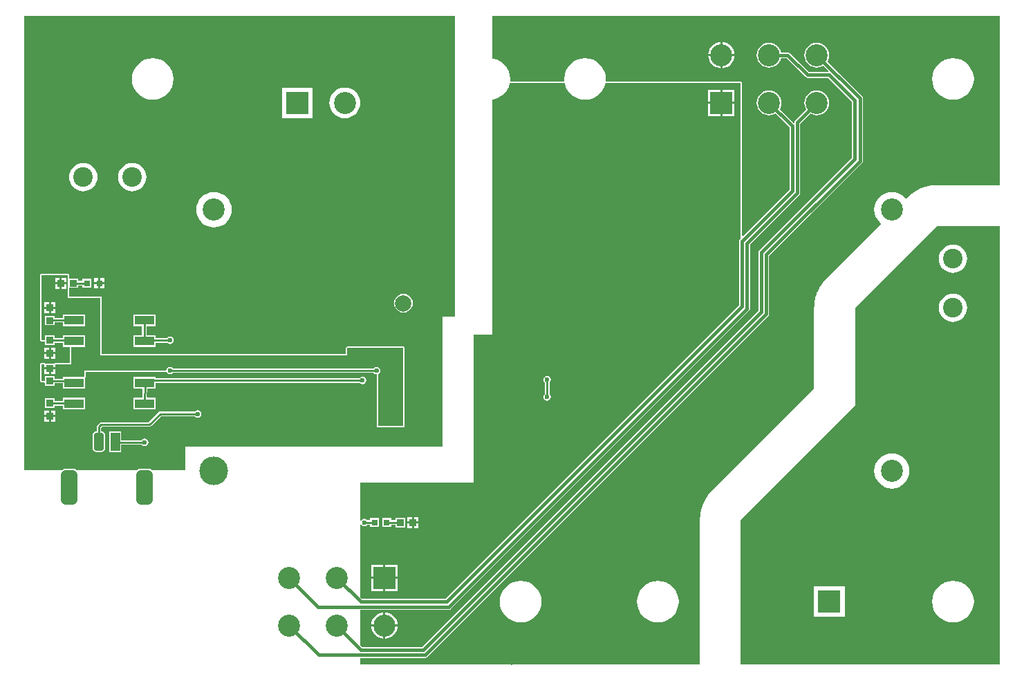
<source format=gbl>
G04*
G04 #@! TF.GenerationSoftware,Altium Limited,Altium Designer,18.1.6 (161)*
G04*
G04 Layer_Physical_Order=2*
G04 Layer_Color=16711680*
%FSLAX25Y25*%
%MOIN*%
G70*
G01*
G75*
%ADD13C,0.01000*%
%ADD20R,0.03347X0.03347*%
%ADD24R,0.03347X0.03347*%
%ADD58C,0.09449*%
%ADD59C,0.10630*%
%ADD60C,0.13780*%
%ADD61C,0.07874*%
%ADD62R,0.10630X0.10630*%
%ADD63C,0.02362*%
%ADD64R,0.03150X0.03150*%
%ADD65R,0.09606X0.04449*%
G04:AMPARAMS|DCode=66|XSize=78.74mil|YSize=165.35mil|CornerRadius=19.68mil|HoleSize=0mil|Usage=FLASHONLY|Rotation=180.000|XOffset=0mil|YOffset=0mil|HoleType=Round|Shape=RoundedRectangle|*
%AMROUNDEDRECTD66*
21,1,0.07874,0.12598,0,0,180.0*
21,1,0.03937,0.16535,0,0,180.0*
1,1,0.03937,-0.01968,0.06299*
1,1,0.03937,0.01968,0.06299*
1,1,0.03937,0.01968,-0.06299*
1,1,0.03937,-0.01968,-0.06299*
%
%ADD66ROUNDEDRECTD66*%
G04:AMPARAMS|DCode=67|XSize=47.24mil|YSize=86.61mil|CornerRadius=11.81mil|HoleSize=0mil|Usage=FLASHONLY|Rotation=180.000|XOffset=0mil|YOffset=0mil|HoleType=Round|Shape=RoundedRectangle|*
%AMROUNDEDRECTD67*
21,1,0.04724,0.06299,0,0,180.0*
21,1,0.02362,0.08661,0,0,180.0*
1,1,0.02362,-0.01181,0.03150*
1,1,0.02362,0.01181,0.03150*
1,1,0.02362,0.01181,-0.03150*
1,1,0.02362,-0.01181,-0.03150*
%
%ADD67ROUNDEDRECTD67*%
%ADD68R,0.04724X0.08661*%
%ADD69C,0.01500*%
G36*
X471319Y232326D02*
X440945D01*
X438370Y232157D01*
X435839Y231653D01*
X433396Y230824D01*
X431081Y229683D01*
X428936Y228249D01*
X426996Y226548D01*
X426310Y225862D01*
X425810Y225887D01*
X425312Y226494D01*
X424022Y227552D01*
X422550Y228339D01*
X420953Y228824D01*
X419291Y228988D01*
X417630Y228824D01*
X416033Y228339D01*
X414561Y227552D01*
X413270Y226494D01*
X412211Y225203D01*
X411424Y223731D01*
X410940Y222134D01*
X410776Y220473D01*
X410940Y218811D01*
X411424Y217214D01*
X412211Y215742D01*
X413270Y214451D01*
X413877Y213953D01*
X413902Y213454D01*
X387626Y187178D01*
X387235Y186733D01*
X386815Y186317D01*
X386386Y185765D01*
X385926Y185240D01*
X385925Y185239D01*
X385924Y185238D01*
X385595Y184746D01*
X385233Y184278D01*
X384880Y183675D01*
X384492Y183095D01*
X384491Y183093D01*
X384490Y183092D01*
X384229Y182561D01*
X383930Y182051D01*
X383659Y181406D01*
X383350Y180780D01*
X383350Y180779D01*
X383349Y180778D01*
X383159Y180217D01*
X382930Y179672D01*
X382745Y178998D01*
X382520Y178337D01*
X382520Y178336D01*
X382520Y178334D01*
X382404Y177754D01*
X382248Y177183D01*
X382153Y176491D01*
X382017Y175806D01*
X382017Y175805D01*
X382016Y175803D01*
X381978Y175213D01*
X381897Y174627D01*
X381893Y173928D01*
X381848Y173231D01*
Y173229D01*
X381848Y173228D01*
X381848Y173228D01*
X381847Y172762D01*
X381848Y172760D01*
X381847Y172759D01*
X381848Y134156D01*
X332507Y84815D01*
X330806Y82875D01*
X329372Y80730D01*
X328231Y78415D01*
X327401Y75972D01*
X326898Y73441D01*
X326729Y70866D01*
X326729Y1122D01*
X236338D01*
X236037Y1062D01*
X235736Y1122D01*
X162992D01*
Y4391D01*
X194343D01*
X194869Y4496D01*
X195316Y4794D01*
X359772Y169251D01*
X359772Y169251D01*
X360071Y169698D01*
X360176Y170224D01*
X360176Y170224D01*
Y198249D01*
X404910Y242983D01*
X405209Y243430D01*
X405313Y243957D01*
Y274154D01*
X405209Y274680D01*
X404910Y275127D01*
X388159Y291878D01*
X388601Y292706D01*
X388940Y293821D01*
X389054Y294980D01*
X388940Y296140D01*
X388601Y297255D01*
X388052Y298282D01*
X387313Y299183D01*
X386412Y299922D01*
X385385Y300471D01*
X384270Y300810D01*
X383110Y300924D01*
X381951Y300810D01*
X380836Y300471D01*
X379808Y299922D01*
X378907Y299183D01*
X378168Y298282D01*
X377619Y297255D01*
X377281Y296140D01*
X377167Y294980D01*
X377281Y293821D01*
X377619Y292706D01*
X378168Y291678D01*
X378907Y290778D01*
X379808Y290038D01*
X380836Y289489D01*
X381951Y289151D01*
X383110Y289037D01*
X384270Y289151D01*
X385385Y289489D01*
X386212Y289932D01*
X388834Y287310D01*
X388627Y286809D01*
X379310D01*
X370166Y295954D01*
X369720Y296252D01*
X369193Y296357D01*
X365882D01*
X365609Y297255D01*
X365060Y298282D01*
X364321Y299183D01*
X363420Y299922D01*
X362393Y300471D01*
X361278Y300810D01*
X360118Y300924D01*
X358959Y300810D01*
X357844Y300471D01*
X356816Y299922D01*
X355915Y299183D01*
X355176Y298282D01*
X354627Y297255D01*
X354289Y296140D01*
X354174Y294980D01*
X354289Y293821D01*
X354627Y292706D01*
X355176Y291678D01*
X355915Y290778D01*
X356816Y290038D01*
X357844Y289489D01*
X358959Y289151D01*
X360118Y289037D01*
X361278Y289151D01*
X362393Y289489D01*
X363420Y290038D01*
X364321Y290778D01*
X365060Y291678D01*
X365609Y292706D01*
X365882Y293604D01*
X368623D01*
X377767Y284460D01*
X378213Y284161D01*
X378740Y284057D01*
X388552D01*
X400061Y272548D01*
Y245562D01*
X355326Y200828D01*
X355028Y200381D01*
X354923Y199854D01*
Y171830D01*
X192737Y9644D01*
X163976D01*
X162992Y10628D01*
Y27620D01*
X205760D01*
X206287Y27724D01*
X206733Y28023D01*
X350461Y171751D01*
X350461Y171751D01*
X350760Y172198D01*
X350865Y172724D01*
X350865Y172724D01*
Y203650D01*
X374733Y227519D01*
X375031Y227965D01*
X375136Y228492D01*
Y262028D01*
X380008Y266900D01*
X380836Y266458D01*
X381951Y266120D01*
X383110Y266005D01*
X384270Y266120D01*
X385385Y266458D01*
X386412Y267007D01*
X387313Y267746D01*
X388052Y268647D01*
X388601Y269674D01*
X388940Y270789D01*
X389054Y271949D01*
X388940Y273108D01*
X388601Y274223D01*
X388052Y275251D01*
X387313Y276152D01*
X386412Y276891D01*
X385385Y277440D01*
X384270Y277778D01*
X383110Y277892D01*
X381951Y277778D01*
X380836Y277440D01*
X379808Y276891D01*
X378907Y276152D01*
X378168Y275251D01*
X377619Y274223D01*
X377281Y273108D01*
X377167Y271949D01*
X377281Y270789D01*
X377619Y269674D01*
X378061Y268847D01*
X372786Y263572D01*
X372488Y263125D01*
X372383Y262598D01*
Y262337D01*
X371883Y262130D01*
X365167Y268847D01*
X365609Y269674D01*
X365947Y270789D01*
X366062Y271949D01*
X365947Y273108D01*
X365609Y274223D01*
X365060Y275251D01*
X364321Y276152D01*
X363420Y276891D01*
X362393Y277440D01*
X361278Y277778D01*
X360118Y277892D01*
X358959Y277778D01*
X357844Y277440D01*
X356816Y276891D01*
X355915Y276152D01*
X355176Y275251D01*
X354627Y274223D01*
X354289Y273108D01*
X354174Y271949D01*
X354289Y270789D01*
X354627Y269674D01*
X355176Y268647D01*
X355915Y267746D01*
X356816Y267007D01*
X357844Y266458D01*
X358959Y266120D01*
X360118Y266005D01*
X361278Y266120D01*
X362393Y266458D01*
X363220Y266900D01*
X369883Y260237D01*
Y230098D01*
X347568Y207782D01*
X347106Y207974D01*
X347106Y281496D01*
X346916Y281955D01*
X346457Y282146D01*
X281717Y282146D01*
X281382Y282516D01*
X281475Y283465D01*
X281282Y285427D01*
X280710Y287314D01*
X279780Y289052D01*
X278529Y290577D01*
X277005Y291827D01*
X275266Y292757D01*
X273379Y293329D01*
X271417Y293523D01*
X269455Y293329D01*
X267568Y292757D01*
X265829Y291827D01*
X264305Y290577D01*
X263054Y289052D01*
X262125Y287314D01*
X261553Y285427D01*
X261359Y283465D01*
X261453Y282516D01*
X261117Y282146D01*
X235576Y282146D01*
X235240Y282516D01*
X235333Y283465D01*
X235140Y285427D01*
X234568Y287314D01*
X233638Y289052D01*
X232388Y290577D01*
X230863Y291827D01*
X229124Y292757D01*
X227238Y293329D01*
X226772Y293375D01*
Y313839D01*
X471319D01*
Y232326D01*
D02*
G37*
G36*
X208661Y168898D02*
X202756Y168898D01*
Y106299D01*
X78740D01*
Y94882D01*
X62677D01*
X62319Y95157D01*
X61694Y95416D01*
X61024Y95504D01*
X57087D01*
X56416Y95416D01*
X55791Y95157D01*
X55433Y94882D01*
X26457D01*
X26098Y95157D01*
X25474Y95416D01*
X24803Y95504D01*
X20866D01*
X20196Y95416D01*
X19571Y95157D01*
X19212Y94882D01*
X1122D01*
Y313839D01*
X208661D01*
X208661Y168898D01*
D02*
G37*
G36*
X261555Y281496D02*
X262125Y279616D01*
X263054Y277877D01*
X264305Y276353D01*
X265829Y275102D01*
X267568Y274172D01*
X269455Y273600D01*
X271417Y273407D01*
X273379Y273600D01*
X275266Y274172D01*
X277005Y275102D01*
X278529Y276353D01*
X279780Y277877D01*
X280710Y279616D01*
X281280Y281496D01*
X346457Y281496D01*
X346457Y206671D01*
X346015Y206229D01*
X345717Y205783D01*
X345612Y205256D01*
Y174330D01*
X204154Y32873D01*
X163779D01*
X162992Y33659D01*
X162992Y68709D01*
X163492Y68861D01*
X163800Y68401D01*
X164389Y68007D01*
X165084Y67869D01*
X165779Y68007D01*
X166368Y68401D01*
X166477Y68563D01*
X167752D01*
Y67510D01*
X172101D01*
Y71860D01*
X167752D01*
Y70806D01*
X166477D01*
X166368Y70969D01*
X165779Y71363D01*
X165084Y71501D01*
X164389Y71363D01*
X163800Y70969D01*
X163492Y70508D01*
X162992Y70660D01*
X162992Y88976D01*
X217717Y88976D01*
X217717Y160236D01*
X226772D01*
X226772Y273554D01*
X227238Y273600D01*
X229124Y274172D01*
X230863Y275102D01*
X232388Y276353D01*
X233638Y277877D01*
X234568Y279616D01*
X235138Y281496D01*
X261555Y281496D01*
D02*
G37*
G36*
X471319Y1122D02*
X346457D01*
X346457Y70866D01*
X401575Y125984D01*
X401575Y172759D01*
X401575Y173228D01*
X401575Y173228D01*
X440945Y212598D01*
X471319D01*
Y1122D01*
D02*
G37*
%LPC*%
G36*
X337626Y301277D02*
Y295480D01*
X343422D01*
X343350Y296218D01*
X342988Y297409D01*
X342402Y298506D01*
X341613Y299467D01*
X340651Y300256D01*
X339554Y300843D01*
X338364Y301204D01*
X337626Y301277D01*
D02*
G37*
G36*
X336626D02*
X335888Y301204D01*
X334698Y300843D01*
X333601Y300256D01*
X332639Y299467D01*
X331850Y298506D01*
X331263Y297409D01*
X330902Y296218D01*
X330830Y295480D01*
X336626D01*
Y301277D01*
D02*
G37*
G36*
X343422Y294480D02*
X337626D01*
Y288684D01*
X338364Y288757D01*
X339554Y289118D01*
X340651Y289704D01*
X341613Y290493D01*
X342402Y291455D01*
X342988Y292552D01*
X343350Y293742D01*
X343422Y294480D01*
D02*
G37*
G36*
X336626D02*
X330830D01*
X330902Y293742D01*
X331263Y292552D01*
X331850Y291455D01*
X332639Y290493D01*
X333601Y289704D01*
X334698Y289118D01*
X335888Y288757D01*
X336626Y288684D01*
Y294480D01*
D02*
G37*
G36*
X448819Y293523D02*
X446857Y293329D01*
X444970Y292757D01*
X443231Y291827D01*
X441707Y290577D01*
X440456Y289052D01*
X439527Y287314D01*
X438954Y285427D01*
X438761Y283465D01*
X438954Y281502D01*
X439527Y279616D01*
X440456Y277877D01*
X441707Y276353D01*
X443231Y275102D01*
X444970Y274172D01*
X446857Y273600D01*
X448819Y273407D01*
X450781Y273600D01*
X452668Y274172D01*
X454407Y275102D01*
X455931Y276353D01*
X457182Y277877D01*
X458111Y279616D01*
X458683Y281502D01*
X458877Y283465D01*
X458683Y285427D01*
X458111Y287314D01*
X457182Y289052D01*
X455931Y290577D01*
X454407Y291827D01*
X452668Y292757D01*
X450781Y293329D01*
X448819Y293523D01*
D02*
G37*
G36*
X306535Y41554D02*
X304573Y41361D01*
X302686Y40788D01*
X300947Y39859D01*
X299423Y38608D01*
X298173Y37084D01*
X297243Y35345D01*
X296671Y33458D01*
X296478Y31496D01*
X296671Y29534D01*
X297243Y27647D01*
X298173Y25908D01*
X299423Y24384D01*
X300947Y23133D01*
X302686Y22204D01*
X304573Y21632D01*
X306535Y21438D01*
X308498Y21632D01*
X310384Y22204D01*
X312123Y23133D01*
X313647Y24384D01*
X314898Y25908D01*
X315828Y27647D01*
X316400Y29534D01*
X316593Y31496D01*
X316400Y33458D01*
X315828Y35345D01*
X314898Y37084D01*
X313647Y38608D01*
X312123Y39859D01*
X310384Y40788D01*
X308498Y41361D01*
X306535Y41554D01*
D02*
G37*
G36*
X240394D02*
X238431Y41361D01*
X236545Y40788D01*
X234806Y39859D01*
X233282Y38608D01*
X232031Y37084D01*
X231101Y35345D01*
X230529Y33458D01*
X230336Y31496D01*
X230529Y29534D01*
X231101Y27647D01*
X232031Y25908D01*
X233282Y24384D01*
X234806Y23133D01*
X236545Y22204D01*
X238431Y21632D01*
X240394Y21438D01*
X242356Y21632D01*
X244243Y22204D01*
X245982Y23133D01*
X247506Y24384D01*
X248757Y25908D01*
X249686Y27647D01*
X250258Y29534D01*
X250451Y31496D01*
X250258Y33458D01*
X249686Y35345D01*
X248757Y37084D01*
X247506Y38608D01*
X245982Y39859D01*
X244243Y40788D01*
X242356Y41361D01*
X240394Y41554D01*
D02*
G37*
G36*
X175185Y26277D02*
Y20480D01*
X180981D01*
X180909Y21218D01*
X180547Y22409D01*
X179961Y23506D01*
X179172Y24467D01*
X178210Y25256D01*
X177113Y25843D01*
X175923Y26204D01*
X175185Y26277D01*
D02*
G37*
G36*
X174185Y26277D02*
X173447Y26204D01*
X172257Y25843D01*
X171160Y25256D01*
X170198Y24467D01*
X169409Y23506D01*
X168823Y22409D01*
X168461Y21218D01*
X168389Y20480D01*
X174185D01*
Y26277D01*
D02*
G37*
G36*
Y19480D02*
X168389D01*
X168461Y18742D01*
X168823Y17552D01*
X169409Y16455D01*
X170198Y15493D01*
X171160Y14704D01*
X172257Y14118D01*
X173447Y13757D01*
X174185Y13684D01*
Y19480D01*
D02*
G37*
G36*
X180981D02*
X175185D01*
Y13684D01*
X175923Y13757D01*
X177113Y14118D01*
X178210Y14704D01*
X179172Y15493D01*
X179961Y16455D01*
X180547Y17552D01*
X180909Y18742D01*
X180981Y19480D01*
D02*
G37*
G36*
X62992Y293523D02*
X61030Y293329D01*
X59143Y292757D01*
X57404Y291827D01*
X55880Y290577D01*
X54629Y289052D01*
X53700Y287314D01*
X53127Y285427D01*
X52934Y283465D01*
X53127Y281502D01*
X53700Y279616D01*
X54629Y277877D01*
X55880Y276353D01*
X57404Y275102D01*
X59143Y274172D01*
X61030Y273600D01*
X62992Y273407D01*
X64954Y273600D01*
X66841Y274172D01*
X68580Y275102D01*
X70104Y276353D01*
X71355Y277877D01*
X72284Y279616D01*
X72857Y281502D01*
X73050Y283465D01*
X72857Y285427D01*
X72284Y287314D01*
X71355Y289052D01*
X70104Y290577D01*
X68580Y291827D01*
X66841Y292757D01*
X64954Y293329D01*
X62992Y293523D01*
D02*
G37*
G36*
X140039Y279350D02*
X125236D01*
Y264547D01*
X140039D01*
Y279350D01*
D02*
G37*
G36*
X155630Y279386D02*
X154179Y279243D01*
X152784Y278820D01*
X151498Y278133D01*
X150371Y277208D01*
X149446Y276081D01*
X148759Y274795D01*
X148335Y273400D01*
X148193Y271949D01*
X148335Y270498D01*
X148759Y269103D01*
X149446Y267817D01*
X150371Y266690D01*
X151498Y265765D01*
X152784Y265078D01*
X154179Y264654D01*
X155630Y264511D01*
X157081Y264654D01*
X158476Y265078D01*
X159762Y265765D01*
X160889Y266690D01*
X161814Y267817D01*
X162501Y269103D01*
X162924Y270498D01*
X163067Y271949D01*
X162924Y273400D01*
X162501Y274795D01*
X161814Y276081D01*
X160889Y277208D01*
X159762Y278133D01*
X158476Y278820D01*
X157081Y279243D01*
X155630Y279386D01*
D02*
G37*
G36*
X53150Y243064D02*
X51814Y242933D01*
X50530Y242544D01*
X49347Y241911D01*
X48310Y241060D01*
X47459Y240023D01*
X46826Y238840D01*
X46437Y237556D01*
X46306Y236221D01*
X46437Y234885D01*
X46826Y233601D01*
X47459Y232418D01*
X48310Y231381D01*
X49347Y230530D01*
X50530Y229897D01*
X51814Y229508D01*
X53150Y229377D01*
X54485Y229508D01*
X55769Y229897D01*
X56952Y230530D01*
X57989Y231381D01*
X58840Y232418D01*
X59473Y233601D01*
X59862Y234885D01*
X59993Y236221D01*
X59862Y237556D01*
X59473Y238840D01*
X58840Y240023D01*
X57989Y241060D01*
X56952Y241911D01*
X55769Y242544D01*
X54485Y242933D01*
X53150Y243064D01*
D02*
G37*
G36*
X29528D02*
X28192Y242933D01*
X26908Y242544D01*
X25725Y241911D01*
X24688Y241060D01*
X23837Y240023D01*
X23204Y238840D01*
X22815Y237556D01*
X22683Y236221D01*
X22815Y234885D01*
X23204Y233601D01*
X23837Y232418D01*
X24688Y231381D01*
X25725Y230530D01*
X26908Y229897D01*
X28192Y229508D01*
X29528Y229377D01*
X30863Y229508D01*
X32147Y229897D01*
X33330Y230530D01*
X34367Y231381D01*
X35218Y232418D01*
X35851Y233601D01*
X36240Y234885D01*
X36371Y236221D01*
X36240Y237556D01*
X35851Y238840D01*
X35218Y240023D01*
X34367Y241060D01*
X33330Y241911D01*
X32147Y242544D01*
X30863Y242933D01*
X29528Y243064D01*
D02*
G37*
G36*
X92520Y228988D02*
X90858Y228824D01*
X89261Y228339D01*
X87789Y227552D01*
X86499Y226494D01*
X85440Y225203D01*
X84653Y223731D01*
X84168Y222134D01*
X84005Y220473D01*
X84168Y218811D01*
X84653Y217214D01*
X85440Y215742D01*
X86499Y214451D01*
X87789Y213392D01*
X89261Y212606D01*
X90858Y212121D01*
X92520Y211958D01*
X94181Y212121D01*
X95778Y212606D01*
X97250Y213392D01*
X98541Y214451D01*
X99600Y215742D01*
X100387Y217214D01*
X100871Y218811D01*
X101035Y220473D01*
X100871Y222134D01*
X100387Y223731D01*
X99600Y225203D01*
X98541Y226494D01*
X97250Y227552D01*
X95778Y228339D01*
X94181Y228824D01*
X92520Y228988D01*
D02*
G37*
G36*
X39779Y187575D02*
X37705D01*
Y185500D01*
X39779D01*
Y187575D01*
D02*
G37*
G36*
X36705D02*
X34630D01*
Y185500D01*
X36705D01*
Y187575D01*
D02*
G37*
G36*
X22047Y189626D02*
X9449Y189626D01*
X8990Y189436D01*
X8799Y188976D01*
Y157480D01*
X8990Y157021D01*
X9449Y156831D01*
X11112D01*
Y155207D01*
X15659D01*
Y156359D01*
X19695D01*
Y154400D01*
X22973D01*
X22973Y146712D01*
X16059Y146712D01*
X15600Y146522D01*
X15495Y146269D01*
X11276D01*
X11172Y146522D01*
X10712Y146712D01*
X9449D01*
X8990Y146522D01*
X8799Y146063D01*
X8799Y142913D01*
X8799Y137894D01*
X8990Y137435D01*
X9449Y137244D01*
X10759Y137244D01*
X11112Y137008D01*
Y135620D01*
X15659D01*
Y136772D01*
X19695D01*
Y134243D01*
X30502D01*
Y139725D01*
X30571Y139891D01*
X30571Y142264D01*
X69444D01*
X69474Y142276D01*
X69582Y142218D01*
X69976Y141629D01*
X70565Y141236D01*
X71260Y141097D01*
X71955Y141236D01*
X72544Y141629D01*
X72653Y141792D01*
X169473D01*
X169582Y141629D01*
X170171Y141236D01*
X170866Y141097D01*
X171004Y140984D01*
Y116142D01*
X171194Y115682D01*
X171653Y115492D01*
X183858D01*
X184317Y115682D01*
X184508Y116142D01*
Y142913D01*
X184508Y150394D01*
Y153937D01*
X184317Y154396D01*
X183858Y154587D01*
X156693Y154587D01*
X156234Y154396D01*
X156043Y153937D01*
Y151043D01*
X38445Y151043D01*
Y177953D01*
X38254Y178412D01*
X37795Y178602D01*
X22697D01*
Y182766D01*
X26978D01*
Y183879D01*
X29124D01*
Y182825D01*
X33474D01*
Y187175D01*
X29124D01*
Y186122D01*
X26978D01*
Y187313D01*
X22697D01*
Y188976D01*
X22506Y189436D01*
X22047Y189626D01*
D02*
G37*
G36*
X39779Y184500D02*
X37705D01*
Y182425D01*
X39779D01*
Y184500D01*
D02*
G37*
G36*
X36705D02*
X34630D01*
Y182425D01*
X36705D01*
Y184500D01*
D02*
G37*
G36*
X183858Y179947D02*
X182674Y179791D01*
X181570Y179334D01*
X180622Y178606D01*
X179895Y177659D01*
X179438Y176555D01*
X179282Y175371D01*
X179438Y174186D01*
X179895Y173083D01*
X180622Y172135D01*
X181570Y171408D01*
X182674Y170950D01*
X183858Y170794D01*
X185043Y170950D01*
X186146Y171408D01*
X187094Y172135D01*
X187821Y173083D01*
X188278Y174186D01*
X188434Y175371D01*
X188278Y176555D01*
X187821Y177659D01*
X187094Y178606D01*
X186146Y179334D01*
X185043Y179791D01*
X183858Y179947D01*
D02*
G37*
G36*
X64360Y170049D02*
X53553D01*
Y164400D01*
X57835D01*
Y160049D01*
X53553D01*
Y154400D01*
X64360D01*
Y156359D01*
X69867D01*
X69976Y156196D01*
X70565Y155803D01*
X71260Y155664D01*
X71955Y155803D01*
X72544Y156196D01*
X72938Y156785D01*
X73076Y157480D01*
X72938Y158175D01*
X72544Y158764D01*
X71955Y159158D01*
X71260Y159296D01*
X70565Y159158D01*
X69976Y158764D01*
X69867Y158602D01*
X64360D01*
Y160049D01*
X60078D01*
Y164400D01*
X64360D01*
Y170049D01*
D02*
G37*
G36*
X16059Y154051D02*
X13886D01*
Y151878D01*
X16059D01*
Y154051D01*
D02*
G37*
G36*
X12886D02*
X10712D01*
Y151878D01*
X12886D01*
Y154051D01*
D02*
G37*
G36*
X16059Y150878D02*
X13886D01*
Y148705D01*
X16059D01*
Y150878D01*
D02*
G37*
G36*
X12886D02*
X10712D01*
Y148705D01*
X12886D01*
Y150878D01*
D02*
G37*
G36*
X164173Y140005D02*
X163478Y139867D01*
X162889Y139473D01*
X162780Y139311D01*
X64360D01*
Y139891D01*
X53553D01*
Y134243D01*
X57727D01*
X58074Y133883D01*
X57934Y129891D01*
X53553D01*
Y124243D01*
X64360D01*
Y129891D01*
X60538D01*
X60191Y130251D01*
X60332Y134243D01*
X64360D01*
Y137067D01*
X162780D01*
X162889Y136905D01*
X163478Y136511D01*
X164173Y136373D01*
X164868Y136511D01*
X165457Y136905D01*
X165851Y137494D01*
X165989Y138189D01*
X165851Y138884D01*
X165457Y139473D01*
X164868Y139867D01*
X164173Y140005D01*
D02*
G37*
G36*
X30502Y129891D02*
X19695D01*
Y128287D01*
X15659D01*
Y129439D01*
X11112D01*
Y124892D01*
X15659D01*
Y126044D01*
X19695D01*
Y124243D01*
X30502D01*
Y129891D01*
D02*
G37*
G36*
X84646Y123863D02*
X83951Y123725D01*
X83362Y123331D01*
X83253Y123169D01*
X66535D01*
X66535Y123169D01*
X66106Y123083D01*
X65742Y122840D01*
X60953Y118051D01*
X38189D01*
X37760Y117965D01*
X37396Y117722D01*
X37396Y117722D01*
X36215Y116541D01*
X35972Y116177D01*
X35886Y115748D01*
X35886Y115748D01*
Y113548D01*
X35827D01*
X35132Y113410D01*
X34543Y113016D01*
X34149Y112427D01*
X34011Y111732D01*
Y105433D01*
X34149Y104738D01*
X34543Y104149D01*
X35132Y103755D01*
X35827Y103617D01*
X38189D01*
X38884Y103755D01*
X39473Y104149D01*
X39867Y104738D01*
X40005Y105433D01*
Y111732D01*
X39867Y112427D01*
X39473Y113016D01*
X38884Y113410D01*
X38189Y113548D01*
X38129D01*
Y115284D01*
X38653Y115808D01*
X61417D01*
X61417Y115808D01*
X61847Y115893D01*
X62210Y116136D01*
X67000Y120926D01*
X83253D01*
X83362Y120763D01*
X83951Y120370D01*
X84646Y120231D01*
X85341Y120370D01*
X85930Y120763D01*
X86323Y121352D01*
X86462Y122047D01*
X86323Y122742D01*
X85930Y123331D01*
X85341Y123725D01*
X84646Y123863D01*
D02*
G37*
G36*
X16059Y123736D02*
X13886D01*
Y121563D01*
X16059D01*
Y123736D01*
D02*
G37*
G36*
X12886D02*
X10712D01*
Y121563D01*
X12886D01*
Y123736D01*
D02*
G37*
G36*
X16059Y120563D02*
X13886D01*
Y118390D01*
X16059D01*
Y120563D01*
D02*
G37*
G36*
X12886D02*
X10712D01*
Y118390D01*
X12886D01*
Y120563D01*
D02*
G37*
G36*
X47844Y113513D02*
X41920D01*
Y103652D01*
X47844D01*
Y107146D01*
X57662D01*
X57771Y106984D01*
X58360Y106590D01*
X59055Y106452D01*
X59750Y106590D01*
X60339Y106984D01*
X60733Y107573D01*
X60871Y108268D01*
X60733Y108963D01*
X60339Y109552D01*
X59750Y109945D01*
X59055Y110084D01*
X58360Y109945D01*
X57771Y109552D01*
X57662Y109389D01*
X47844D01*
Y113513D01*
D02*
G37*
%LPD*%
G36*
X22047Y177953D02*
X37795D01*
Y150394D01*
X156693Y150394D01*
Y153937D01*
X183858Y153937D01*
Y150394D01*
X183858Y142913D01*
Y116142D01*
X171653D01*
Y141297D01*
X172150Y141629D01*
X172544Y142218D01*
X172682Y142913D01*
X172544Y143608D01*
X172150Y144197D01*
X171561Y144591D01*
X170866Y144729D01*
X170171Y144591D01*
X169582Y144197D01*
X169473Y144035D01*
X72653D01*
X72544Y144197D01*
X71955Y144591D01*
X71260Y144729D01*
X70565Y144591D01*
X69976Y144197D01*
X69582Y143608D01*
X69444Y142913D01*
X69444Y142913D01*
X29921D01*
X29921Y139891D01*
X19695D01*
Y139015D01*
X15659D01*
Y140167D01*
X11112D01*
Y138247D01*
X10759Y137894D01*
X9449Y137894D01*
X9449Y142913D01*
X9449Y146063D01*
X10712D01*
Y144496D01*
X13386D01*
X16059D01*
Y146063D01*
X23622Y146063D01*
X23622Y154400D01*
X30502D01*
Y160049D01*
X19695D01*
Y158602D01*
X15659D01*
Y159754D01*
X11112D01*
Y157480D01*
X9449D01*
Y188976D01*
X22047Y188976D01*
Y177953D01*
D02*
G37*
%LPC*%
G36*
X21275Y187713D02*
X19102D01*
Y185539D01*
X21275D01*
Y187713D01*
D02*
G37*
G36*
X18102D02*
X15929D01*
Y185539D01*
X18102D01*
Y187713D01*
D02*
G37*
G36*
X21275Y184539D02*
X19102D01*
Y182366D01*
X21275D01*
Y184539D01*
D02*
G37*
G36*
X18102D02*
X15929D01*
Y182366D01*
X18102D01*
Y184539D01*
D02*
G37*
G36*
X16059Y175803D02*
X13886D01*
Y173630D01*
X16059D01*
Y175803D01*
D02*
G37*
G36*
X12886D02*
X10712D01*
Y173630D01*
X12886D01*
Y175803D01*
D02*
G37*
G36*
X16059Y172630D02*
X13886D01*
Y170457D01*
X16059D01*
Y172630D01*
D02*
G37*
G36*
X12886D02*
X10712D01*
Y170457D01*
X12886D01*
Y172630D01*
D02*
G37*
G36*
X30502Y170049D02*
X19695D01*
Y168346D01*
X15659D01*
Y169301D01*
X11112D01*
Y164754D01*
X15659D01*
Y166103D01*
X19695D01*
Y164400D01*
X30502D01*
Y170049D01*
D02*
G37*
G36*
X16059Y143496D02*
X13886D01*
Y141323D01*
X16059D01*
Y143496D01*
D02*
G37*
G36*
X12886D02*
X10712D01*
Y141323D01*
X12886D01*
Y143496D01*
D02*
G37*
G36*
X343441Y278264D02*
X337626D01*
Y272449D01*
X343441D01*
Y278264D01*
D02*
G37*
G36*
X336626D02*
X330811D01*
Y272449D01*
X336626D01*
Y278264D01*
D02*
G37*
G36*
X343441Y271449D02*
X337626D01*
Y265634D01*
X343441D01*
Y271449D01*
D02*
G37*
G36*
X336626D02*
X330811D01*
Y265634D01*
X336626D01*
Y271449D01*
D02*
G37*
G36*
X253150Y140399D02*
X252455Y140261D01*
X251866Y139867D01*
X251472Y139278D01*
X251334Y138583D01*
X251472Y137888D01*
X251866Y137299D01*
X252028Y137190D01*
Y131570D01*
X251866Y131461D01*
X251472Y130872D01*
X251334Y130177D01*
X251472Y129482D01*
X251866Y128893D01*
X252455Y128499D01*
X253150Y128361D01*
X253844Y128499D01*
X254434Y128893D01*
X254827Y129482D01*
X254965Y130177D01*
X254827Y130872D01*
X254434Y131461D01*
X254271Y131570D01*
Y137190D01*
X254434Y137299D01*
X254827Y137888D01*
X254965Y138583D01*
X254827Y139278D01*
X254434Y139867D01*
X253844Y140261D01*
X253150Y140399D01*
D02*
G37*
G36*
X184601Y71879D02*
X180055D01*
Y70806D01*
X178007D01*
Y71860D01*
X173657D01*
Y67510D01*
X178007D01*
Y68563D01*
X180055D01*
Y67333D01*
X184601D01*
Y71879D01*
D02*
G37*
G36*
X191103Y72279D02*
X188930D01*
Y70106D01*
X191103D01*
Y72279D01*
D02*
G37*
G36*
X187930D02*
X185757D01*
Y70106D01*
X187930D01*
Y72279D01*
D02*
G37*
G36*
X191103Y69106D02*
X188930D01*
Y66933D01*
X191103D01*
Y69106D01*
D02*
G37*
G36*
X187930D02*
X185757D01*
Y66933D01*
X187930D01*
Y69106D01*
D02*
G37*
G36*
X181000Y49327D02*
X175185D01*
Y43512D01*
X181000D01*
Y49327D01*
D02*
G37*
G36*
X174185D02*
X168370D01*
Y43512D01*
X174185D01*
Y49327D01*
D02*
G37*
G36*
X181000Y42512D02*
X175185D01*
Y36697D01*
X181000D01*
Y42512D01*
D02*
G37*
G36*
X174185D02*
X168370D01*
Y36697D01*
X174185D01*
Y42512D01*
D02*
G37*
G36*
X448819Y203694D02*
X447484Y203563D01*
X446200Y203173D01*
X445016Y202541D01*
X443979Y201690D01*
X443128Y200653D01*
X442496Y199469D01*
X442106Y198186D01*
X441975Y196850D01*
X442106Y195515D01*
X442496Y194231D01*
X443128Y193048D01*
X443979Y192011D01*
X445016Y191160D01*
X446200Y190527D01*
X447484Y190138D01*
X448819Y190006D01*
X450154Y190138D01*
X451438Y190527D01*
X452621Y191160D01*
X453658Y192011D01*
X454509Y193048D01*
X455142Y194231D01*
X455531Y195515D01*
X455663Y196850D01*
X455531Y198186D01*
X455142Y199469D01*
X454509Y200653D01*
X453658Y201690D01*
X452621Y202541D01*
X451438Y203173D01*
X450154Y203563D01*
X448819Y203694D01*
D02*
G37*
G36*
Y180072D02*
X447484Y179941D01*
X446200Y179551D01*
X445016Y178919D01*
X443979Y178068D01*
X443128Y177031D01*
X442496Y175847D01*
X442106Y174564D01*
X441975Y173228D01*
X442106Y171893D01*
X442496Y170609D01*
X443128Y169426D01*
X443979Y168389D01*
X445016Y167538D01*
X446200Y166905D01*
X447484Y166516D01*
X448819Y166384D01*
X450154Y166516D01*
X451438Y166905D01*
X452621Y167538D01*
X453658Y168389D01*
X454509Y169426D01*
X455142Y170609D01*
X455531Y171893D01*
X455663Y173228D01*
X455531Y174564D01*
X455142Y175847D01*
X454509Y177031D01*
X453658Y178068D01*
X452621Y178919D01*
X451438Y179551D01*
X450154Y179941D01*
X448819Y180072D01*
D02*
G37*
G36*
X419291Y103003D02*
X417630Y102840D01*
X416033Y102355D01*
X414561Y101568D01*
X413270Y100509D01*
X412211Y99219D01*
X411424Y97747D01*
X410940Y96149D01*
X410776Y94488D01*
X410940Y92827D01*
X411424Y91230D01*
X412211Y89758D01*
X413270Y88467D01*
X414561Y87408D01*
X416033Y86621D01*
X417630Y86137D01*
X419291Y85973D01*
X420953Y86137D01*
X422550Y86621D01*
X424022Y87408D01*
X425312Y88467D01*
X426371Y89758D01*
X427158Y91230D01*
X427643Y92827D01*
X427806Y94488D01*
X427643Y96149D01*
X427158Y97747D01*
X426371Y99219D01*
X425312Y100509D01*
X424022Y101568D01*
X422550Y102355D01*
X420953Y102840D01*
X419291Y103003D01*
D02*
G37*
G36*
X396575Y38898D02*
X381772D01*
Y24094D01*
X396575D01*
Y38898D01*
D02*
G37*
G36*
X448819Y41554D02*
X446857Y41361D01*
X444970Y40788D01*
X443231Y39859D01*
X441707Y38608D01*
X440456Y37084D01*
X439527Y35345D01*
X438954Y33458D01*
X438761Y31496D01*
X438954Y29534D01*
X439527Y27647D01*
X440456Y25908D01*
X441707Y24384D01*
X443231Y23133D01*
X444970Y22204D01*
X446857Y21632D01*
X448819Y21438D01*
X450781Y21632D01*
X452668Y22204D01*
X454407Y23133D01*
X455931Y24384D01*
X457182Y25908D01*
X458111Y27647D01*
X458683Y29534D01*
X458877Y31496D01*
X458683Y33458D01*
X458111Y35345D01*
X457182Y37084D01*
X455931Y38608D01*
X454407Y39859D01*
X452668Y40788D01*
X450781Y41361D01*
X448819Y41554D01*
D02*
G37*
%LPD*%
D13*
X59308Y137055D02*
X59350Y138248D01*
X58957Y127067D02*
X59308Y137055D01*
X165084Y69685D02*
X169926D01*
X175832D02*
X182249D01*
X182328Y69606D01*
X61417Y116929D02*
X66535Y122047D01*
X38189Y116929D02*
X61417D01*
X66535Y122047D02*
X84646D01*
X253150Y130177D02*
Y138583D01*
X24705Y185039D02*
X24744Y185000D01*
X31299D01*
X58957Y157225D02*
X59212Y157480D01*
X71260D01*
X59409Y138189D02*
X164173D01*
X59350Y138248D02*
X59409Y138189D01*
X71260Y142913D02*
X170866D01*
X58957Y157225D02*
Y167225D01*
X25000Y127165D02*
X25098Y127067D01*
X13386Y127165D02*
X25000D01*
X24272Y137894D02*
X25098Y137067D01*
X13386Y137894D02*
X24272D01*
X24843Y157480D02*
X25098Y157225D01*
X13386Y157480D02*
X24843D01*
X13386Y167028D02*
X13583Y167225D01*
X25098D01*
X45197Y108268D02*
X59055D01*
X44882Y108583D02*
X45197Y108268D01*
X37008Y108583D02*
Y115748D01*
X38189Y116929D01*
D20*
X13386Y173130D02*
D03*
Y167028D02*
D03*
Y151378D02*
D03*
Y157480D02*
D03*
Y121063D02*
D03*
Y127165D02*
D03*
Y143996D02*
D03*
Y137894D02*
D03*
D24*
X188430Y69606D02*
D03*
X182328D02*
D03*
X18602Y185039D02*
D03*
X24705D02*
D03*
D58*
X29528Y208268D02*
D03*
Y236221D02*
D03*
X53150Y208268D02*
D03*
Y236221D02*
D03*
X448819Y196850D02*
D03*
Y173228D02*
D03*
Y141732D02*
D03*
Y118110D02*
D03*
D59*
X151693Y43012D02*
D03*
X128701D02*
D03*
X151693Y19980D02*
D03*
X128701D02*
D03*
X92520Y220473D02*
D03*
X419291D02*
D03*
Y94488D02*
D03*
X366181Y31496D02*
D03*
X174685Y19980D02*
D03*
X155630Y271949D02*
D03*
Y294980D02*
D03*
X132638D02*
D03*
X360118Y271949D02*
D03*
X383110D02*
D03*
Y294980D02*
D03*
X337126D02*
D03*
X360118D02*
D03*
D60*
X92520Y94488D02*
D03*
D61*
X183858Y175371D02*
D03*
X162992Y148031D02*
D03*
X114567Y179007D02*
D03*
D62*
X389173Y31496D02*
D03*
X174685Y43012D02*
D03*
X132638Y271949D02*
D03*
X337126D02*
D03*
D63*
X165084Y69685D02*
D03*
X372047Y204724D02*
D03*
X377953D02*
D03*
Y210630D02*
D03*
X354331Y222441D02*
D03*
Y228346D02*
D03*
X360236D02*
D03*
X218504Y9843D02*
D03*
X212598D02*
D03*
X188976Y17717D02*
D03*
Y23622D02*
D03*
X212598Y15748D02*
D03*
X200787Y23622D02*
D03*
X218504Y15748D02*
D03*
Y21654D02*
D03*
X194882Y17717D02*
D03*
Y23622D02*
D03*
X391732Y277559D02*
D03*
X397638Y267717D02*
D03*
X387795Y281496D02*
D03*
X395669Y273622D02*
D03*
X411417Y263780D02*
D03*
Y269685D02*
D03*
Y275591D02*
D03*
X403543Y283465D02*
D03*
X407480Y279528D02*
D03*
X374016D02*
D03*
X346457Y287402D02*
D03*
X350394Y291339D02*
D03*
X370079Y279528D02*
D03*
X366142D02*
D03*
X350394Y287402D02*
D03*
X253150Y130177D02*
D03*
Y138583D02*
D03*
X84646Y162992D02*
D03*
X133858Y182283D02*
D03*
X147244Y179134D02*
D03*
X140157Y226378D02*
D03*
X158862Y196063D02*
D03*
X156693Y222441D02*
D03*
X170472Y190157D02*
D03*
X174409Y197638D02*
D03*
X160236Y201969D02*
D03*
X122835Y157874D02*
D03*
X114567Y156299D02*
D03*
X187795Y162205D02*
D03*
X194882Y159449D02*
D03*
X13386Y115748D02*
D03*
X19291Y150787D02*
D03*
X181102Y148031D02*
D03*
X176772Y142520D02*
D03*
X175591Y119291D02*
D03*
Y126378D02*
D03*
X71260Y157480D02*
D03*
Y142913D02*
D03*
X146063Y147244D02*
D03*
X125197D02*
D03*
X131496D02*
D03*
X140157D02*
D03*
X167340Y160630D02*
D03*
X164173Y138189D02*
D03*
X170866Y142913D02*
D03*
X148130Y160335D02*
D03*
X59055Y108268D02*
D03*
X84646Y122047D02*
D03*
D64*
X175832Y69685D02*
D03*
X169926D02*
D03*
X31299Y185000D02*
D03*
X37205D02*
D03*
D65*
X25098Y137067D02*
D03*
X58957D02*
D03*
X25098Y127067D02*
D03*
X58957D02*
D03*
X25098Y167225D02*
D03*
X58957D02*
D03*
X25098Y157225D02*
D03*
X58957D02*
D03*
D66*
X22835Y86614D02*
D03*
X59055D02*
D03*
D67*
X37008Y108583D02*
D03*
D68*
X44882D02*
D03*
D69*
X360118Y294980D02*
X369193D01*
X373760Y262598D02*
X383110Y271949D01*
X373760Y228492D02*
Y262598D01*
X349488Y204220D02*
X373760Y228492D01*
X349488Y172724D02*
Y204220D01*
X205760Y28996D02*
X349488Y172724D01*
X142717Y28996D02*
X205760D01*
X128701Y43012D02*
X142717Y28996D01*
X360118Y271949D02*
X371260Y260807D01*
Y229528D02*
Y260807D01*
X346988Y205256D02*
X371260Y229528D01*
X346988Y173760D02*
Y205256D01*
X204724Y31496D02*
X346988Y173760D01*
X163209Y31496D02*
X204724D01*
X151693Y43012D02*
X163209Y31496D01*
X383110Y294980D02*
X403937Y274154D01*
Y243957D02*
Y274154D01*
X383110Y294980D02*
Y295709D01*
X358799Y198819D02*
X403937Y243957D01*
X358799Y170224D02*
Y198819D01*
X194343Y5768D02*
X358799Y170224D01*
X142913Y5768D02*
X194343D01*
X128701Y19980D02*
X142913Y5768D01*
X369193Y294980D02*
X378740Y285433D01*
X389122D01*
X401437Y273118D01*
Y244992D02*
Y273118D01*
X356299Y199854D02*
X401437Y244992D01*
X356299Y171260D02*
Y199854D01*
X193307Y8268D02*
X356299Y171260D01*
X163405Y8268D02*
X193307D01*
X151693Y19980D02*
X163405Y8268D01*
M02*

</source>
